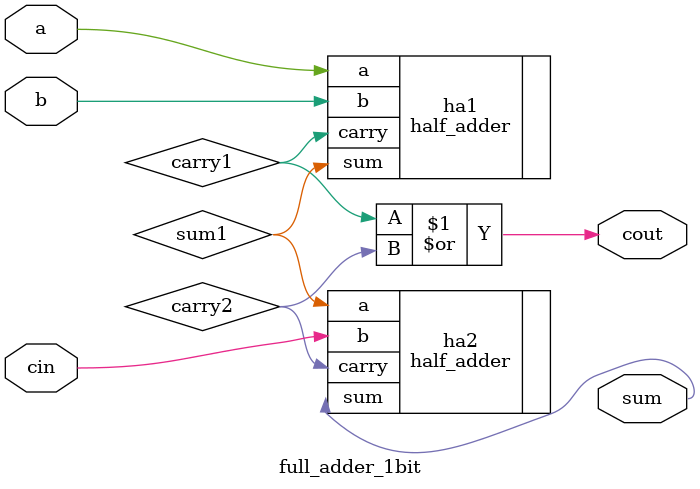
<source format=v>
module full_adder_1bit(
	input a,
	input b,
	input cin,
	output sum,
	output cout
);
	wire sum1;
	wire carry1;
	wire carry2;
	
	half_adder ha1(
               .a(a),
		       .b(b),
		       .sum(sum1),
		       .carry(carry1)
	);
	
	half_adder ha2(
               .a(sum1),
		       .b(cin),
		       .sum(sum),
		       .carry(carry2) 		
	);

	assign cout = carry1 | carry2;
endmodule
</source>
